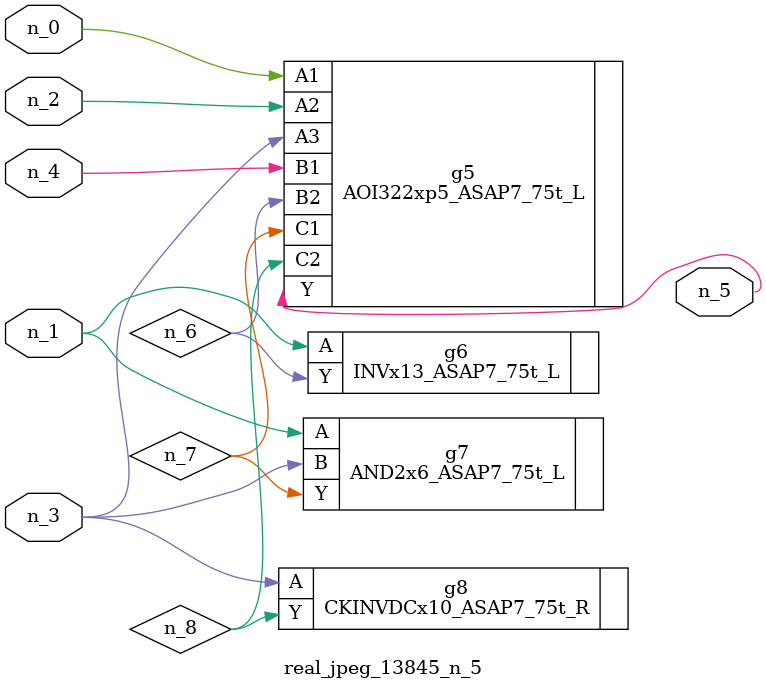
<source format=v>
module real_jpeg_13845_n_5 (n_4, n_0, n_1, n_2, n_3, n_5);

input n_4;
input n_0;
input n_1;
input n_2;
input n_3;

output n_5;

wire n_8;
wire n_6;
wire n_7;

AOI322xp5_ASAP7_75t_L g5 ( 
.A1(n_0),
.A2(n_2),
.A3(n_3),
.B1(n_4),
.B2(n_6),
.C1(n_7),
.C2(n_8),
.Y(n_5)
);

INVx13_ASAP7_75t_L g6 ( 
.A(n_1),
.Y(n_6)
);

AND2x6_ASAP7_75t_L g7 ( 
.A(n_1),
.B(n_3),
.Y(n_7)
);

CKINVDCx10_ASAP7_75t_R g8 ( 
.A(n_3),
.Y(n_8)
);


endmodule
</source>
